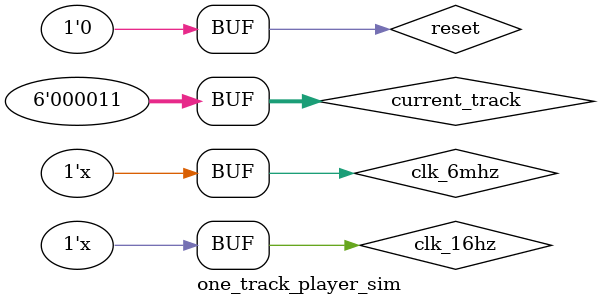
<source format=v>

module one_track_player_sim (
);
	reg clk_6mhz = 0,clk_16hz = 0,reset = 1;
    reg [5:0] current_track;
    wire speaker;
	one_track_player otp(clk_6mhz,clk_16hz,reset,current_track,speaker);
	always #10 clk_6mhz = ~clk_6mhz;
	always #200 clk_16hz = ~clk_16hz;
	
	initial begin
	#20 reset = 0;
		current_track = 3;
	end
endmodule
</source>
